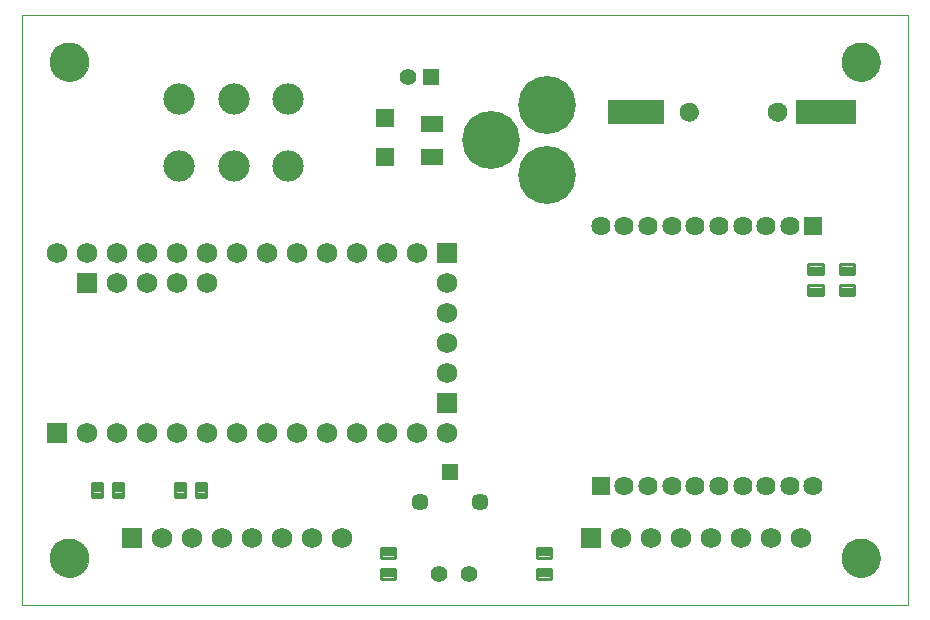
<source format=gts>
G75*
%MOIN*%
%OFA0B0*%
%FSLAX25Y25*%
%IPPOS*%
%LPD*%
%AMOC8*
5,1,8,0,0,1.08239X$1,22.5*
%
%ADD10C,0.00000*%
%ADD11R,0.18510X0.08274*%
%ADD12R,0.20085X0.08274*%
%ADD13C,0.06306*%
%ADD14R,0.06900X0.06900*%
%ADD15C,0.06900*%
%ADD16C,0.01100*%
%ADD17C,0.12998*%
%ADD18R,0.06400X0.06400*%
%ADD19C,0.06400*%
%ADD20C,0.05550*%
%ADD21R,0.05550X0.05550*%
%ADD22R,0.05900X0.05900*%
%ADD23C,0.19298*%
%ADD24R,0.07400X0.05400*%
%ADD25C,0.05715*%
%ADD26R,0.05715X0.05715*%
%ADD27C,0.10439*%
D10*
X0048837Y0076492D02*
X0048837Y0273343D01*
X0344113Y0273343D01*
X0344113Y0076492D01*
X0048837Y0076492D01*
X0058286Y0092240D02*
X0058288Y0092398D01*
X0058294Y0092556D01*
X0058304Y0092714D01*
X0058318Y0092872D01*
X0058336Y0093029D01*
X0058357Y0093186D01*
X0058383Y0093342D01*
X0058413Y0093498D01*
X0058446Y0093653D01*
X0058484Y0093806D01*
X0058525Y0093959D01*
X0058570Y0094111D01*
X0058619Y0094262D01*
X0058672Y0094411D01*
X0058728Y0094559D01*
X0058788Y0094705D01*
X0058852Y0094850D01*
X0058920Y0094993D01*
X0058991Y0095135D01*
X0059065Y0095275D01*
X0059143Y0095412D01*
X0059225Y0095548D01*
X0059309Y0095682D01*
X0059398Y0095813D01*
X0059489Y0095942D01*
X0059584Y0096069D01*
X0059681Y0096194D01*
X0059782Y0096316D01*
X0059886Y0096435D01*
X0059993Y0096552D01*
X0060103Y0096666D01*
X0060216Y0096777D01*
X0060331Y0096886D01*
X0060449Y0096991D01*
X0060570Y0097093D01*
X0060693Y0097193D01*
X0060819Y0097289D01*
X0060947Y0097382D01*
X0061077Y0097472D01*
X0061210Y0097558D01*
X0061345Y0097642D01*
X0061481Y0097721D01*
X0061620Y0097798D01*
X0061761Y0097870D01*
X0061903Y0097940D01*
X0062047Y0098005D01*
X0062193Y0098067D01*
X0062340Y0098125D01*
X0062489Y0098180D01*
X0062639Y0098231D01*
X0062790Y0098278D01*
X0062942Y0098321D01*
X0063095Y0098360D01*
X0063250Y0098396D01*
X0063405Y0098427D01*
X0063561Y0098455D01*
X0063717Y0098479D01*
X0063874Y0098499D01*
X0064032Y0098515D01*
X0064189Y0098527D01*
X0064348Y0098535D01*
X0064506Y0098539D01*
X0064664Y0098539D01*
X0064822Y0098535D01*
X0064981Y0098527D01*
X0065138Y0098515D01*
X0065296Y0098499D01*
X0065453Y0098479D01*
X0065609Y0098455D01*
X0065765Y0098427D01*
X0065920Y0098396D01*
X0066075Y0098360D01*
X0066228Y0098321D01*
X0066380Y0098278D01*
X0066531Y0098231D01*
X0066681Y0098180D01*
X0066830Y0098125D01*
X0066977Y0098067D01*
X0067123Y0098005D01*
X0067267Y0097940D01*
X0067409Y0097870D01*
X0067550Y0097798D01*
X0067689Y0097721D01*
X0067825Y0097642D01*
X0067960Y0097558D01*
X0068093Y0097472D01*
X0068223Y0097382D01*
X0068351Y0097289D01*
X0068477Y0097193D01*
X0068600Y0097093D01*
X0068721Y0096991D01*
X0068839Y0096886D01*
X0068954Y0096777D01*
X0069067Y0096666D01*
X0069177Y0096552D01*
X0069284Y0096435D01*
X0069388Y0096316D01*
X0069489Y0096194D01*
X0069586Y0096069D01*
X0069681Y0095942D01*
X0069772Y0095813D01*
X0069861Y0095682D01*
X0069945Y0095548D01*
X0070027Y0095412D01*
X0070105Y0095275D01*
X0070179Y0095135D01*
X0070250Y0094993D01*
X0070318Y0094850D01*
X0070382Y0094705D01*
X0070442Y0094559D01*
X0070498Y0094411D01*
X0070551Y0094262D01*
X0070600Y0094111D01*
X0070645Y0093959D01*
X0070686Y0093806D01*
X0070724Y0093653D01*
X0070757Y0093498D01*
X0070787Y0093342D01*
X0070813Y0093186D01*
X0070834Y0093029D01*
X0070852Y0092872D01*
X0070866Y0092714D01*
X0070876Y0092556D01*
X0070882Y0092398D01*
X0070884Y0092240D01*
X0070882Y0092082D01*
X0070876Y0091924D01*
X0070866Y0091766D01*
X0070852Y0091608D01*
X0070834Y0091451D01*
X0070813Y0091294D01*
X0070787Y0091138D01*
X0070757Y0090982D01*
X0070724Y0090827D01*
X0070686Y0090674D01*
X0070645Y0090521D01*
X0070600Y0090369D01*
X0070551Y0090218D01*
X0070498Y0090069D01*
X0070442Y0089921D01*
X0070382Y0089775D01*
X0070318Y0089630D01*
X0070250Y0089487D01*
X0070179Y0089345D01*
X0070105Y0089205D01*
X0070027Y0089068D01*
X0069945Y0088932D01*
X0069861Y0088798D01*
X0069772Y0088667D01*
X0069681Y0088538D01*
X0069586Y0088411D01*
X0069489Y0088286D01*
X0069388Y0088164D01*
X0069284Y0088045D01*
X0069177Y0087928D01*
X0069067Y0087814D01*
X0068954Y0087703D01*
X0068839Y0087594D01*
X0068721Y0087489D01*
X0068600Y0087387D01*
X0068477Y0087287D01*
X0068351Y0087191D01*
X0068223Y0087098D01*
X0068093Y0087008D01*
X0067960Y0086922D01*
X0067825Y0086838D01*
X0067689Y0086759D01*
X0067550Y0086682D01*
X0067409Y0086610D01*
X0067267Y0086540D01*
X0067123Y0086475D01*
X0066977Y0086413D01*
X0066830Y0086355D01*
X0066681Y0086300D01*
X0066531Y0086249D01*
X0066380Y0086202D01*
X0066228Y0086159D01*
X0066075Y0086120D01*
X0065920Y0086084D01*
X0065765Y0086053D01*
X0065609Y0086025D01*
X0065453Y0086001D01*
X0065296Y0085981D01*
X0065138Y0085965D01*
X0064981Y0085953D01*
X0064822Y0085945D01*
X0064664Y0085941D01*
X0064506Y0085941D01*
X0064348Y0085945D01*
X0064189Y0085953D01*
X0064032Y0085965D01*
X0063874Y0085981D01*
X0063717Y0086001D01*
X0063561Y0086025D01*
X0063405Y0086053D01*
X0063250Y0086084D01*
X0063095Y0086120D01*
X0062942Y0086159D01*
X0062790Y0086202D01*
X0062639Y0086249D01*
X0062489Y0086300D01*
X0062340Y0086355D01*
X0062193Y0086413D01*
X0062047Y0086475D01*
X0061903Y0086540D01*
X0061761Y0086610D01*
X0061620Y0086682D01*
X0061481Y0086759D01*
X0061345Y0086838D01*
X0061210Y0086922D01*
X0061077Y0087008D01*
X0060947Y0087098D01*
X0060819Y0087191D01*
X0060693Y0087287D01*
X0060570Y0087387D01*
X0060449Y0087489D01*
X0060331Y0087594D01*
X0060216Y0087703D01*
X0060103Y0087814D01*
X0059993Y0087928D01*
X0059886Y0088045D01*
X0059782Y0088164D01*
X0059681Y0088286D01*
X0059584Y0088411D01*
X0059489Y0088538D01*
X0059398Y0088667D01*
X0059309Y0088798D01*
X0059225Y0088932D01*
X0059143Y0089068D01*
X0059065Y0089205D01*
X0058991Y0089345D01*
X0058920Y0089487D01*
X0058852Y0089630D01*
X0058788Y0089775D01*
X0058728Y0089921D01*
X0058672Y0090069D01*
X0058619Y0090218D01*
X0058570Y0090369D01*
X0058525Y0090521D01*
X0058484Y0090674D01*
X0058446Y0090827D01*
X0058413Y0090982D01*
X0058383Y0091138D01*
X0058357Y0091294D01*
X0058336Y0091451D01*
X0058318Y0091608D01*
X0058304Y0091766D01*
X0058294Y0091924D01*
X0058288Y0092082D01*
X0058286Y0092240D01*
X0268120Y0240992D02*
X0268122Y0241100D01*
X0268128Y0241209D01*
X0268138Y0241317D01*
X0268152Y0241424D01*
X0268170Y0241531D01*
X0268191Y0241638D01*
X0268217Y0241743D01*
X0268247Y0241848D01*
X0268280Y0241951D01*
X0268317Y0242053D01*
X0268358Y0242153D01*
X0268402Y0242252D01*
X0268451Y0242350D01*
X0268502Y0242445D01*
X0268557Y0242538D01*
X0268616Y0242630D01*
X0268678Y0242719D01*
X0268743Y0242806D01*
X0268811Y0242890D01*
X0268882Y0242972D01*
X0268956Y0243051D01*
X0269033Y0243127D01*
X0269113Y0243201D01*
X0269196Y0243271D01*
X0269281Y0243339D01*
X0269368Y0243403D01*
X0269458Y0243464D01*
X0269550Y0243522D01*
X0269644Y0243576D01*
X0269740Y0243627D01*
X0269837Y0243674D01*
X0269937Y0243718D01*
X0270038Y0243758D01*
X0270140Y0243794D01*
X0270243Y0243826D01*
X0270348Y0243855D01*
X0270454Y0243879D01*
X0270560Y0243900D01*
X0270667Y0243917D01*
X0270775Y0243930D01*
X0270883Y0243939D01*
X0270992Y0243944D01*
X0271100Y0243945D01*
X0271209Y0243942D01*
X0271317Y0243935D01*
X0271425Y0243924D01*
X0271532Y0243909D01*
X0271639Y0243890D01*
X0271745Y0243867D01*
X0271850Y0243841D01*
X0271955Y0243810D01*
X0272057Y0243776D01*
X0272159Y0243738D01*
X0272259Y0243696D01*
X0272358Y0243651D01*
X0272455Y0243602D01*
X0272549Y0243549D01*
X0272642Y0243493D01*
X0272733Y0243434D01*
X0272822Y0243371D01*
X0272908Y0243306D01*
X0272992Y0243237D01*
X0273073Y0243165D01*
X0273151Y0243090D01*
X0273227Y0243012D01*
X0273300Y0242931D01*
X0273370Y0242848D01*
X0273436Y0242763D01*
X0273500Y0242675D01*
X0273560Y0242584D01*
X0273617Y0242492D01*
X0273670Y0242397D01*
X0273720Y0242301D01*
X0273766Y0242203D01*
X0273809Y0242103D01*
X0273848Y0242002D01*
X0273883Y0241899D01*
X0273915Y0241796D01*
X0273942Y0241691D01*
X0273966Y0241585D01*
X0273986Y0241478D01*
X0274002Y0241371D01*
X0274014Y0241263D01*
X0274022Y0241155D01*
X0274026Y0241046D01*
X0274026Y0240938D01*
X0274022Y0240829D01*
X0274014Y0240721D01*
X0274002Y0240613D01*
X0273986Y0240506D01*
X0273966Y0240399D01*
X0273942Y0240293D01*
X0273915Y0240188D01*
X0273883Y0240085D01*
X0273848Y0239982D01*
X0273809Y0239881D01*
X0273766Y0239781D01*
X0273720Y0239683D01*
X0273670Y0239587D01*
X0273617Y0239492D01*
X0273560Y0239400D01*
X0273500Y0239309D01*
X0273436Y0239221D01*
X0273370Y0239136D01*
X0273300Y0239053D01*
X0273227Y0238972D01*
X0273151Y0238894D01*
X0273073Y0238819D01*
X0272992Y0238747D01*
X0272908Y0238678D01*
X0272822Y0238613D01*
X0272733Y0238550D01*
X0272642Y0238491D01*
X0272550Y0238435D01*
X0272455Y0238382D01*
X0272358Y0238333D01*
X0272259Y0238288D01*
X0272159Y0238246D01*
X0272057Y0238208D01*
X0271955Y0238174D01*
X0271850Y0238143D01*
X0271745Y0238117D01*
X0271639Y0238094D01*
X0271532Y0238075D01*
X0271425Y0238060D01*
X0271317Y0238049D01*
X0271209Y0238042D01*
X0271100Y0238039D01*
X0270992Y0238040D01*
X0270883Y0238045D01*
X0270775Y0238054D01*
X0270667Y0238067D01*
X0270560Y0238084D01*
X0270454Y0238105D01*
X0270348Y0238129D01*
X0270243Y0238158D01*
X0270140Y0238190D01*
X0270038Y0238226D01*
X0269937Y0238266D01*
X0269837Y0238310D01*
X0269740Y0238357D01*
X0269644Y0238408D01*
X0269550Y0238462D01*
X0269458Y0238520D01*
X0269368Y0238581D01*
X0269281Y0238645D01*
X0269196Y0238713D01*
X0269113Y0238783D01*
X0269033Y0238857D01*
X0268956Y0238933D01*
X0268882Y0239012D01*
X0268811Y0239094D01*
X0268743Y0239178D01*
X0268678Y0239265D01*
X0268616Y0239354D01*
X0268557Y0239446D01*
X0268502Y0239539D01*
X0268451Y0239634D01*
X0268402Y0239732D01*
X0268358Y0239831D01*
X0268317Y0239931D01*
X0268280Y0240033D01*
X0268247Y0240136D01*
X0268217Y0240241D01*
X0268191Y0240346D01*
X0268170Y0240453D01*
X0268152Y0240560D01*
X0268138Y0240667D01*
X0268128Y0240775D01*
X0268122Y0240884D01*
X0268120Y0240992D01*
X0297648Y0240992D02*
X0297650Y0241100D01*
X0297656Y0241209D01*
X0297666Y0241317D01*
X0297680Y0241424D01*
X0297698Y0241531D01*
X0297719Y0241638D01*
X0297745Y0241743D01*
X0297775Y0241848D01*
X0297808Y0241951D01*
X0297845Y0242053D01*
X0297886Y0242153D01*
X0297930Y0242252D01*
X0297979Y0242350D01*
X0298030Y0242445D01*
X0298085Y0242538D01*
X0298144Y0242630D01*
X0298206Y0242719D01*
X0298271Y0242806D01*
X0298339Y0242890D01*
X0298410Y0242972D01*
X0298484Y0243051D01*
X0298561Y0243127D01*
X0298641Y0243201D01*
X0298724Y0243271D01*
X0298809Y0243339D01*
X0298896Y0243403D01*
X0298986Y0243464D01*
X0299078Y0243522D01*
X0299172Y0243576D01*
X0299268Y0243627D01*
X0299365Y0243674D01*
X0299465Y0243718D01*
X0299566Y0243758D01*
X0299668Y0243794D01*
X0299771Y0243826D01*
X0299876Y0243855D01*
X0299982Y0243879D01*
X0300088Y0243900D01*
X0300195Y0243917D01*
X0300303Y0243930D01*
X0300411Y0243939D01*
X0300520Y0243944D01*
X0300628Y0243945D01*
X0300737Y0243942D01*
X0300845Y0243935D01*
X0300953Y0243924D01*
X0301060Y0243909D01*
X0301167Y0243890D01*
X0301273Y0243867D01*
X0301378Y0243841D01*
X0301483Y0243810D01*
X0301585Y0243776D01*
X0301687Y0243738D01*
X0301787Y0243696D01*
X0301886Y0243651D01*
X0301983Y0243602D01*
X0302077Y0243549D01*
X0302170Y0243493D01*
X0302261Y0243434D01*
X0302350Y0243371D01*
X0302436Y0243306D01*
X0302520Y0243237D01*
X0302601Y0243165D01*
X0302679Y0243090D01*
X0302755Y0243012D01*
X0302828Y0242931D01*
X0302898Y0242848D01*
X0302964Y0242763D01*
X0303028Y0242675D01*
X0303088Y0242584D01*
X0303145Y0242492D01*
X0303198Y0242397D01*
X0303248Y0242301D01*
X0303294Y0242203D01*
X0303337Y0242103D01*
X0303376Y0242002D01*
X0303411Y0241899D01*
X0303443Y0241796D01*
X0303470Y0241691D01*
X0303494Y0241585D01*
X0303514Y0241478D01*
X0303530Y0241371D01*
X0303542Y0241263D01*
X0303550Y0241155D01*
X0303554Y0241046D01*
X0303554Y0240938D01*
X0303550Y0240829D01*
X0303542Y0240721D01*
X0303530Y0240613D01*
X0303514Y0240506D01*
X0303494Y0240399D01*
X0303470Y0240293D01*
X0303443Y0240188D01*
X0303411Y0240085D01*
X0303376Y0239982D01*
X0303337Y0239881D01*
X0303294Y0239781D01*
X0303248Y0239683D01*
X0303198Y0239587D01*
X0303145Y0239492D01*
X0303088Y0239400D01*
X0303028Y0239309D01*
X0302964Y0239221D01*
X0302898Y0239136D01*
X0302828Y0239053D01*
X0302755Y0238972D01*
X0302679Y0238894D01*
X0302601Y0238819D01*
X0302520Y0238747D01*
X0302436Y0238678D01*
X0302350Y0238613D01*
X0302261Y0238550D01*
X0302170Y0238491D01*
X0302078Y0238435D01*
X0301983Y0238382D01*
X0301886Y0238333D01*
X0301787Y0238288D01*
X0301687Y0238246D01*
X0301585Y0238208D01*
X0301483Y0238174D01*
X0301378Y0238143D01*
X0301273Y0238117D01*
X0301167Y0238094D01*
X0301060Y0238075D01*
X0300953Y0238060D01*
X0300845Y0238049D01*
X0300737Y0238042D01*
X0300628Y0238039D01*
X0300520Y0238040D01*
X0300411Y0238045D01*
X0300303Y0238054D01*
X0300195Y0238067D01*
X0300088Y0238084D01*
X0299982Y0238105D01*
X0299876Y0238129D01*
X0299771Y0238158D01*
X0299668Y0238190D01*
X0299566Y0238226D01*
X0299465Y0238266D01*
X0299365Y0238310D01*
X0299268Y0238357D01*
X0299172Y0238408D01*
X0299078Y0238462D01*
X0298986Y0238520D01*
X0298896Y0238581D01*
X0298809Y0238645D01*
X0298724Y0238713D01*
X0298641Y0238783D01*
X0298561Y0238857D01*
X0298484Y0238933D01*
X0298410Y0239012D01*
X0298339Y0239094D01*
X0298271Y0239178D01*
X0298206Y0239265D01*
X0298144Y0239354D01*
X0298085Y0239446D01*
X0298030Y0239539D01*
X0297979Y0239634D01*
X0297930Y0239732D01*
X0297886Y0239831D01*
X0297845Y0239931D01*
X0297808Y0240033D01*
X0297775Y0240136D01*
X0297745Y0240241D01*
X0297719Y0240346D01*
X0297698Y0240453D01*
X0297680Y0240560D01*
X0297666Y0240667D01*
X0297656Y0240775D01*
X0297650Y0240884D01*
X0297648Y0240992D01*
X0322066Y0257594D02*
X0322068Y0257752D01*
X0322074Y0257910D01*
X0322084Y0258068D01*
X0322098Y0258226D01*
X0322116Y0258383D01*
X0322137Y0258540D01*
X0322163Y0258696D01*
X0322193Y0258852D01*
X0322226Y0259007D01*
X0322264Y0259160D01*
X0322305Y0259313D01*
X0322350Y0259465D01*
X0322399Y0259616D01*
X0322452Y0259765D01*
X0322508Y0259913D01*
X0322568Y0260059D01*
X0322632Y0260204D01*
X0322700Y0260347D01*
X0322771Y0260489D01*
X0322845Y0260629D01*
X0322923Y0260766D01*
X0323005Y0260902D01*
X0323089Y0261036D01*
X0323178Y0261167D01*
X0323269Y0261296D01*
X0323364Y0261423D01*
X0323461Y0261548D01*
X0323562Y0261670D01*
X0323666Y0261789D01*
X0323773Y0261906D01*
X0323883Y0262020D01*
X0323996Y0262131D01*
X0324111Y0262240D01*
X0324229Y0262345D01*
X0324350Y0262447D01*
X0324473Y0262547D01*
X0324599Y0262643D01*
X0324727Y0262736D01*
X0324857Y0262826D01*
X0324990Y0262912D01*
X0325125Y0262996D01*
X0325261Y0263075D01*
X0325400Y0263152D01*
X0325541Y0263224D01*
X0325683Y0263294D01*
X0325827Y0263359D01*
X0325973Y0263421D01*
X0326120Y0263479D01*
X0326269Y0263534D01*
X0326419Y0263585D01*
X0326570Y0263632D01*
X0326722Y0263675D01*
X0326875Y0263714D01*
X0327030Y0263750D01*
X0327185Y0263781D01*
X0327341Y0263809D01*
X0327497Y0263833D01*
X0327654Y0263853D01*
X0327812Y0263869D01*
X0327969Y0263881D01*
X0328128Y0263889D01*
X0328286Y0263893D01*
X0328444Y0263893D01*
X0328602Y0263889D01*
X0328761Y0263881D01*
X0328918Y0263869D01*
X0329076Y0263853D01*
X0329233Y0263833D01*
X0329389Y0263809D01*
X0329545Y0263781D01*
X0329700Y0263750D01*
X0329855Y0263714D01*
X0330008Y0263675D01*
X0330160Y0263632D01*
X0330311Y0263585D01*
X0330461Y0263534D01*
X0330610Y0263479D01*
X0330757Y0263421D01*
X0330903Y0263359D01*
X0331047Y0263294D01*
X0331189Y0263224D01*
X0331330Y0263152D01*
X0331469Y0263075D01*
X0331605Y0262996D01*
X0331740Y0262912D01*
X0331873Y0262826D01*
X0332003Y0262736D01*
X0332131Y0262643D01*
X0332257Y0262547D01*
X0332380Y0262447D01*
X0332501Y0262345D01*
X0332619Y0262240D01*
X0332734Y0262131D01*
X0332847Y0262020D01*
X0332957Y0261906D01*
X0333064Y0261789D01*
X0333168Y0261670D01*
X0333269Y0261548D01*
X0333366Y0261423D01*
X0333461Y0261296D01*
X0333552Y0261167D01*
X0333641Y0261036D01*
X0333725Y0260902D01*
X0333807Y0260766D01*
X0333885Y0260629D01*
X0333959Y0260489D01*
X0334030Y0260347D01*
X0334098Y0260204D01*
X0334162Y0260059D01*
X0334222Y0259913D01*
X0334278Y0259765D01*
X0334331Y0259616D01*
X0334380Y0259465D01*
X0334425Y0259313D01*
X0334466Y0259160D01*
X0334504Y0259007D01*
X0334537Y0258852D01*
X0334567Y0258696D01*
X0334593Y0258540D01*
X0334614Y0258383D01*
X0334632Y0258226D01*
X0334646Y0258068D01*
X0334656Y0257910D01*
X0334662Y0257752D01*
X0334664Y0257594D01*
X0334662Y0257436D01*
X0334656Y0257278D01*
X0334646Y0257120D01*
X0334632Y0256962D01*
X0334614Y0256805D01*
X0334593Y0256648D01*
X0334567Y0256492D01*
X0334537Y0256336D01*
X0334504Y0256181D01*
X0334466Y0256028D01*
X0334425Y0255875D01*
X0334380Y0255723D01*
X0334331Y0255572D01*
X0334278Y0255423D01*
X0334222Y0255275D01*
X0334162Y0255129D01*
X0334098Y0254984D01*
X0334030Y0254841D01*
X0333959Y0254699D01*
X0333885Y0254559D01*
X0333807Y0254422D01*
X0333725Y0254286D01*
X0333641Y0254152D01*
X0333552Y0254021D01*
X0333461Y0253892D01*
X0333366Y0253765D01*
X0333269Y0253640D01*
X0333168Y0253518D01*
X0333064Y0253399D01*
X0332957Y0253282D01*
X0332847Y0253168D01*
X0332734Y0253057D01*
X0332619Y0252948D01*
X0332501Y0252843D01*
X0332380Y0252741D01*
X0332257Y0252641D01*
X0332131Y0252545D01*
X0332003Y0252452D01*
X0331873Y0252362D01*
X0331740Y0252276D01*
X0331605Y0252192D01*
X0331469Y0252113D01*
X0331330Y0252036D01*
X0331189Y0251964D01*
X0331047Y0251894D01*
X0330903Y0251829D01*
X0330757Y0251767D01*
X0330610Y0251709D01*
X0330461Y0251654D01*
X0330311Y0251603D01*
X0330160Y0251556D01*
X0330008Y0251513D01*
X0329855Y0251474D01*
X0329700Y0251438D01*
X0329545Y0251407D01*
X0329389Y0251379D01*
X0329233Y0251355D01*
X0329076Y0251335D01*
X0328918Y0251319D01*
X0328761Y0251307D01*
X0328602Y0251299D01*
X0328444Y0251295D01*
X0328286Y0251295D01*
X0328128Y0251299D01*
X0327969Y0251307D01*
X0327812Y0251319D01*
X0327654Y0251335D01*
X0327497Y0251355D01*
X0327341Y0251379D01*
X0327185Y0251407D01*
X0327030Y0251438D01*
X0326875Y0251474D01*
X0326722Y0251513D01*
X0326570Y0251556D01*
X0326419Y0251603D01*
X0326269Y0251654D01*
X0326120Y0251709D01*
X0325973Y0251767D01*
X0325827Y0251829D01*
X0325683Y0251894D01*
X0325541Y0251964D01*
X0325400Y0252036D01*
X0325261Y0252113D01*
X0325125Y0252192D01*
X0324990Y0252276D01*
X0324857Y0252362D01*
X0324727Y0252452D01*
X0324599Y0252545D01*
X0324473Y0252641D01*
X0324350Y0252741D01*
X0324229Y0252843D01*
X0324111Y0252948D01*
X0323996Y0253057D01*
X0323883Y0253168D01*
X0323773Y0253282D01*
X0323666Y0253399D01*
X0323562Y0253518D01*
X0323461Y0253640D01*
X0323364Y0253765D01*
X0323269Y0253892D01*
X0323178Y0254021D01*
X0323089Y0254152D01*
X0323005Y0254286D01*
X0322923Y0254422D01*
X0322845Y0254559D01*
X0322771Y0254699D01*
X0322700Y0254841D01*
X0322632Y0254984D01*
X0322568Y0255129D01*
X0322508Y0255275D01*
X0322452Y0255423D01*
X0322399Y0255572D01*
X0322350Y0255723D01*
X0322305Y0255875D01*
X0322264Y0256028D01*
X0322226Y0256181D01*
X0322193Y0256336D01*
X0322163Y0256492D01*
X0322137Y0256648D01*
X0322116Y0256805D01*
X0322098Y0256962D01*
X0322084Y0257120D01*
X0322074Y0257278D01*
X0322068Y0257436D01*
X0322066Y0257594D01*
X0322066Y0092240D02*
X0322068Y0092398D01*
X0322074Y0092556D01*
X0322084Y0092714D01*
X0322098Y0092872D01*
X0322116Y0093029D01*
X0322137Y0093186D01*
X0322163Y0093342D01*
X0322193Y0093498D01*
X0322226Y0093653D01*
X0322264Y0093806D01*
X0322305Y0093959D01*
X0322350Y0094111D01*
X0322399Y0094262D01*
X0322452Y0094411D01*
X0322508Y0094559D01*
X0322568Y0094705D01*
X0322632Y0094850D01*
X0322700Y0094993D01*
X0322771Y0095135D01*
X0322845Y0095275D01*
X0322923Y0095412D01*
X0323005Y0095548D01*
X0323089Y0095682D01*
X0323178Y0095813D01*
X0323269Y0095942D01*
X0323364Y0096069D01*
X0323461Y0096194D01*
X0323562Y0096316D01*
X0323666Y0096435D01*
X0323773Y0096552D01*
X0323883Y0096666D01*
X0323996Y0096777D01*
X0324111Y0096886D01*
X0324229Y0096991D01*
X0324350Y0097093D01*
X0324473Y0097193D01*
X0324599Y0097289D01*
X0324727Y0097382D01*
X0324857Y0097472D01*
X0324990Y0097558D01*
X0325125Y0097642D01*
X0325261Y0097721D01*
X0325400Y0097798D01*
X0325541Y0097870D01*
X0325683Y0097940D01*
X0325827Y0098005D01*
X0325973Y0098067D01*
X0326120Y0098125D01*
X0326269Y0098180D01*
X0326419Y0098231D01*
X0326570Y0098278D01*
X0326722Y0098321D01*
X0326875Y0098360D01*
X0327030Y0098396D01*
X0327185Y0098427D01*
X0327341Y0098455D01*
X0327497Y0098479D01*
X0327654Y0098499D01*
X0327812Y0098515D01*
X0327969Y0098527D01*
X0328128Y0098535D01*
X0328286Y0098539D01*
X0328444Y0098539D01*
X0328602Y0098535D01*
X0328761Y0098527D01*
X0328918Y0098515D01*
X0329076Y0098499D01*
X0329233Y0098479D01*
X0329389Y0098455D01*
X0329545Y0098427D01*
X0329700Y0098396D01*
X0329855Y0098360D01*
X0330008Y0098321D01*
X0330160Y0098278D01*
X0330311Y0098231D01*
X0330461Y0098180D01*
X0330610Y0098125D01*
X0330757Y0098067D01*
X0330903Y0098005D01*
X0331047Y0097940D01*
X0331189Y0097870D01*
X0331330Y0097798D01*
X0331469Y0097721D01*
X0331605Y0097642D01*
X0331740Y0097558D01*
X0331873Y0097472D01*
X0332003Y0097382D01*
X0332131Y0097289D01*
X0332257Y0097193D01*
X0332380Y0097093D01*
X0332501Y0096991D01*
X0332619Y0096886D01*
X0332734Y0096777D01*
X0332847Y0096666D01*
X0332957Y0096552D01*
X0333064Y0096435D01*
X0333168Y0096316D01*
X0333269Y0096194D01*
X0333366Y0096069D01*
X0333461Y0095942D01*
X0333552Y0095813D01*
X0333641Y0095682D01*
X0333725Y0095548D01*
X0333807Y0095412D01*
X0333885Y0095275D01*
X0333959Y0095135D01*
X0334030Y0094993D01*
X0334098Y0094850D01*
X0334162Y0094705D01*
X0334222Y0094559D01*
X0334278Y0094411D01*
X0334331Y0094262D01*
X0334380Y0094111D01*
X0334425Y0093959D01*
X0334466Y0093806D01*
X0334504Y0093653D01*
X0334537Y0093498D01*
X0334567Y0093342D01*
X0334593Y0093186D01*
X0334614Y0093029D01*
X0334632Y0092872D01*
X0334646Y0092714D01*
X0334656Y0092556D01*
X0334662Y0092398D01*
X0334664Y0092240D01*
X0334662Y0092082D01*
X0334656Y0091924D01*
X0334646Y0091766D01*
X0334632Y0091608D01*
X0334614Y0091451D01*
X0334593Y0091294D01*
X0334567Y0091138D01*
X0334537Y0090982D01*
X0334504Y0090827D01*
X0334466Y0090674D01*
X0334425Y0090521D01*
X0334380Y0090369D01*
X0334331Y0090218D01*
X0334278Y0090069D01*
X0334222Y0089921D01*
X0334162Y0089775D01*
X0334098Y0089630D01*
X0334030Y0089487D01*
X0333959Y0089345D01*
X0333885Y0089205D01*
X0333807Y0089068D01*
X0333725Y0088932D01*
X0333641Y0088798D01*
X0333552Y0088667D01*
X0333461Y0088538D01*
X0333366Y0088411D01*
X0333269Y0088286D01*
X0333168Y0088164D01*
X0333064Y0088045D01*
X0332957Y0087928D01*
X0332847Y0087814D01*
X0332734Y0087703D01*
X0332619Y0087594D01*
X0332501Y0087489D01*
X0332380Y0087387D01*
X0332257Y0087287D01*
X0332131Y0087191D01*
X0332003Y0087098D01*
X0331873Y0087008D01*
X0331740Y0086922D01*
X0331605Y0086838D01*
X0331469Y0086759D01*
X0331330Y0086682D01*
X0331189Y0086610D01*
X0331047Y0086540D01*
X0330903Y0086475D01*
X0330757Y0086413D01*
X0330610Y0086355D01*
X0330461Y0086300D01*
X0330311Y0086249D01*
X0330160Y0086202D01*
X0330008Y0086159D01*
X0329855Y0086120D01*
X0329700Y0086084D01*
X0329545Y0086053D01*
X0329389Y0086025D01*
X0329233Y0086001D01*
X0329076Y0085981D01*
X0328918Y0085965D01*
X0328761Y0085953D01*
X0328602Y0085945D01*
X0328444Y0085941D01*
X0328286Y0085941D01*
X0328128Y0085945D01*
X0327969Y0085953D01*
X0327812Y0085965D01*
X0327654Y0085981D01*
X0327497Y0086001D01*
X0327341Y0086025D01*
X0327185Y0086053D01*
X0327030Y0086084D01*
X0326875Y0086120D01*
X0326722Y0086159D01*
X0326570Y0086202D01*
X0326419Y0086249D01*
X0326269Y0086300D01*
X0326120Y0086355D01*
X0325973Y0086413D01*
X0325827Y0086475D01*
X0325683Y0086540D01*
X0325541Y0086610D01*
X0325400Y0086682D01*
X0325261Y0086759D01*
X0325125Y0086838D01*
X0324990Y0086922D01*
X0324857Y0087008D01*
X0324727Y0087098D01*
X0324599Y0087191D01*
X0324473Y0087287D01*
X0324350Y0087387D01*
X0324229Y0087489D01*
X0324111Y0087594D01*
X0323996Y0087703D01*
X0323883Y0087814D01*
X0323773Y0087928D01*
X0323666Y0088045D01*
X0323562Y0088164D01*
X0323461Y0088286D01*
X0323364Y0088411D01*
X0323269Y0088538D01*
X0323178Y0088667D01*
X0323089Y0088798D01*
X0323005Y0088932D01*
X0322923Y0089068D01*
X0322845Y0089205D01*
X0322771Y0089345D01*
X0322700Y0089487D01*
X0322632Y0089630D01*
X0322568Y0089775D01*
X0322508Y0089921D01*
X0322452Y0090069D01*
X0322399Y0090218D01*
X0322350Y0090369D01*
X0322305Y0090521D01*
X0322264Y0090674D01*
X0322226Y0090827D01*
X0322193Y0090982D01*
X0322163Y0091138D01*
X0322137Y0091294D01*
X0322116Y0091451D01*
X0322098Y0091608D01*
X0322084Y0091766D01*
X0322074Y0091924D01*
X0322068Y0092082D01*
X0322066Y0092240D01*
X0058286Y0257594D02*
X0058288Y0257752D01*
X0058294Y0257910D01*
X0058304Y0258068D01*
X0058318Y0258226D01*
X0058336Y0258383D01*
X0058357Y0258540D01*
X0058383Y0258696D01*
X0058413Y0258852D01*
X0058446Y0259007D01*
X0058484Y0259160D01*
X0058525Y0259313D01*
X0058570Y0259465D01*
X0058619Y0259616D01*
X0058672Y0259765D01*
X0058728Y0259913D01*
X0058788Y0260059D01*
X0058852Y0260204D01*
X0058920Y0260347D01*
X0058991Y0260489D01*
X0059065Y0260629D01*
X0059143Y0260766D01*
X0059225Y0260902D01*
X0059309Y0261036D01*
X0059398Y0261167D01*
X0059489Y0261296D01*
X0059584Y0261423D01*
X0059681Y0261548D01*
X0059782Y0261670D01*
X0059886Y0261789D01*
X0059993Y0261906D01*
X0060103Y0262020D01*
X0060216Y0262131D01*
X0060331Y0262240D01*
X0060449Y0262345D01*
X0060570Y0262447D01*
X0060693Y0262547D01*
X0060819Y0262643D01*
X0060947Y0262736D01*
X0061077Y0262826D01*
X0061210Y0262912D01*
X0061345Y0262996D01*
X0061481Y0263075D01*
X0061620Y0263152D01*
X0061761Y0263224D01*
X0061903Y0263294D01*
X0062047Y0263359D01*
X0062193Y0263421D01*
X0062340Y0263479D01*
X0062489Y0263534D01*
X0062639Y0263585D01*
X0062790Y0263632D01*
X0062942Y0263675D01*
X0063095Y0263714D01*
X0063250Y0263750D01*
X0063405Y0263781D01*
X0063561Y0263809D01*
X0063717Y0263833D01*
X0063874Y0263853D01*
X0064032Y0263869D01*
X0064189Y0263881D01*
X0064348Y0263889D01*
X0064506Y0263893D01*
X0064664Y0263893D01*
X0064822Y0263889D01*
X0064981Y0263881D01*
X0065138Y0263869D01*
X0065296Y0263853D01*
X0065453Y0263833D01*
X0065609Y0263809D01*
X0065765Y0263781D01*
X0065920Y0263750D01*
X0066075Y0263714D01*
X0066228Y0263675D01*
X0066380Y0263632D01*
X0066531Y0263585D01*
X0066681Y0263534D01*
X0066830Y0263479D01*
X0066977Y0263421D01*
X0067123Y0263359D01*
X0067267Y0263294D01*
X0067409Y0263224D01*
X0067550Y0263152D01*
X0067689Y0263075D01*
X0067825Y0262996D01*
X0067960Y0262912D01*
X0068093Y0262826D01*
X0068223Y0262736D01*
X0068351Y0262643D01*
X0068477Y0262547D01*
X0068600Y0262447D01*
X0068721Y0262345D01*
X0068839Y0262240D01*
X0068954Y0262131D01*
X0069067Y0262020D01*
X0069177Y0261906D01*
X0069284Y0261789D01*
X0069388Y0261670D01*
X0069489Y0261548D01*
X0069586Y0261423D01*
X0069681Y0261296D01*
X0069772Y0261167D01*
X0069861Y0261036D01*
X0069945Y0260902D01*
X0070027Y0260766D01*
X0070105Y0260629D01*
X0070179Y0260489D01*
X0070250Y0260347D01*
X0070318Y0260204D01*
X0070382Y0260059D01*
X0070442Y0259913D01*
X0070498Y0259765D01*
X0070551Y0259616D01*
X0070600Y0259465D01*
X0070645Y0259313D01*
X0070686Y0259160D01*
X0070724Y0259007D01*
X0070757Y0258852D01*
X0070787Y0258696D01*
X0070813Y0258540D01*
X0070834Y0258383D01*
X0070852Y0258226D01*
X0070866Y0258068D01*
X0070876Y0257910D01*
X0070882Y0257752D01*
X0070884Y0257594D01*
X0070882Y0257436D01*
X0070876Y0257278D01*
X0070866Y0257120D01*
X0070852Y0256962D01*
X0070834Y0256805D01*
X0070813Y0256648D01*
X0070787Y0256492D01*
X0070757Y0256336D01*
X0070724Y0256181D01*
X0070686Y0256028D01*
X0070645Y0255875D01*
X0070600Y0255723D01*
X0070551Y0255572D01*
X0070498Y0255423D01*
X0070442Y0255275D01*
X0070382Y0255129D01*
X0070318Y0254984D01*
X0070250Y0254841D01*
X0070179Y0254699D01*
X0070105Y0254559D01*
X0070027Y0254422D01*
X0069945Y0254286D01*
X0069861Y0254152D01*
X0069772Y0254021D01*
X0069681Y0253892D01*
X0069586Y0253765D01*
X0069489Y0253640D01*
X0069388Y0253518D01*
X0069284Y0253399D01*
X0069177Y0253282D01*
X0069067Y0253168D01*
X0068954Y0253057D01*
X0068839Y0252948D01*
X0068721Y0252843D01*
X0068600Y0252741D01*
X0068477Y0252641D01*
X0068351Y0252545D01*
X0068223Y0252452D01*
X0068093Y0252362D01*
X0067960Y0252276D01*
X0067825Y0252192D01*
X0067689Y0252113D01*
X0067550Y0252036D01*
X0067409Y0251964D01*
X0067267Y0251894D01*
X0067123Y0251829D01*
X0066977Y0251767D01*
X0066830Y0251709D01*
X0066681Y0251654D01*
X0066531Y0251603D01*
X0066380Y0251556D01*
X0066228Y0251513D01*
X0066075Y0251474D01*
X0065920Y0251438D01*
X0065765Y0251407D01*
X0065609Y0251379D01*
X0065453Y0251355D01*
X0065296Y0251335D01*
X0065138Y0251319D01*
X0064981Y0251307D01*
X0064822Y0251299D01*
X0064664Y0251295D01*
X0064506Y0251295D01*
X0064348Y0251299D01*
X0064189Y0251307D01*
X0064032Y0251319D01*
X0063874Y0251335D01*
X0063717Y0251355D01*
X0063561Y0251379D01*
X0063405Y0251407D01*
X0063250Y0251438D01*
X0063095Y0251474D01*
X0062942Y0251513D01*
X0062790Y0251556D01*
X0062639Y0251603D01*
X0062489Y0251654D01*
X0062340Y0251709D01*
X0062193Y0251767D01*
X0062047Y0251829D01*
X0061903Y0251894D01*
X0061761Y0251964D01*
X0061620Y0252036D01*
X0061481Y0252113D01*
X0061345Y0252192D01*
X0061210Y0252276D01*
X0061077Y0252362D01*
X0060947Y0252452D01*
X0060819Y0252545D01*
X0060693Y0252641D01*
X0060570Y0252741D01*
X0060449Y0252843D01*
X0060331Y0252948D01*
X0060216Y0253057D01*
X0060103Y0253168D01*
X0059993Y0253282D01*
X0059886Y0253399D01*
X0059782Y0253518D01*
X0059681Y0253640D01*
X0059584Y0253765D01*
X0059489Y0253892D01*
X0059398Y0254021D01*
X0059309Y0254152D01*
X0059225Y0254286D01*
X0059143Y0254422D01*
X0059065Y0254559D01*
X0058991Y0254699D01*
X0058920Y0254841D01*
X0058852Y0254984D01*
X0058788Y0255129D01*
X0058728Y0255275D01*
X0058672Y0255423D01*
X0058619Y0255572D01*
X0058570Y0255723D01*
X0058525Y0255875D01*
X0058484Y0256028D01*
X0058446Y0256181D01*
X0058413Y0256336D01*
X0058383Y0256492D01*
X0058357Y0256648D01*
X0058336Y0256805D01*
X0058318Y0256962D01*
X0058304Y0257120D01*
X0058294Y0257278D01*
X0058288Y0257436D01*
X0058286Y0257594D01*
D11*
X0253554Y0240992D03*
D12*
X0316939Y0240992D03*
D13*
X0300601Y0240992D03*
X0271073Y0240992D03*
D14*
X0190337Y0193992D03*
X0190337Y0143992D03*
X0238337Y0098992D03*
X0085337Y0098992D03*
X0060337Y0133992D03*
X0070337Y0183992D03*
D15*
X0080337Y0183992D03*
X0090337Y0183992D03*
X0100337Y0183992D03*
X0110337Y0183992D03*
X0110337Y0193992D03*
X0100337Y0193992D03*
X0090337Y0193992D03*
X0080337Y0193992D03*
X0070337Y0193992D03*
X0060337Y0193992D03*
X0120337Y0193992D03*
X0130337Y0193992D03*
X0140337Y0193992D03*
X0150337Y0193992D03*
X0160337Y0193992D03*
X0170337Y0193992D03*
X0180337Y0193992D03*
X0190337Y0183992D03*
X0190337Y0173992D03*
X0190337Y0163992D03*
X0190337Y0153992D03*
X0190337Y0133992D03*
X0180337Y0133992D03*
X0170337Y0133992D03*
X0160337Y0133992D03*
X0150337Y0133992D03*
X0140337Y0133992D03*
X0130337Y0133992D03*
X0120337Y0133992D03*
X0110337Y0133992D03*
X0100337Y0133992D03*
X0090337Y0133992D03*
X0080337Y0133992D03*
X0070337Y0133992D03*
X0095337Y0098992D03*
X0105337Y0098992D03*
X0115337Y0098992D03*
X0125337Y0098992D03*
X0135337Y0098992D03*
X0145337Y0098992D03*
X0155337Y0098992D03*
X0248337Y0098992D03*
X0258337Y0098992D03*
X0268337Y0098992D03*
X0278337Y0098992D03*
X0288337Y0098992D03*
X0298337Y0098992D03*
X0308337Y0098992D03*
D16*
X0220437Y0095642D02*
X0220437Y0092342D01*
X0220437Y0095642D02*
X0225237Y0095642D01*
X0225237Y0092342D01*
X0220437Y0092342D01*
X0220437Y0093441D02*
X0225237Y0093441D01*
X0225237Y0094540D02*
X0220437Y0094540D01*
X0220437Y0095639D02*
X0225237Y0095639D01*
X0220437Y0088642D02*
X0220437Y0085342D01*
X0220437Y0088642D02*
X0225237Y0088642D01*
X0225237Y0085342D01*
X0220437Y0085342D01*
X0220437Y0086441D02*
X0225237Y0086441D01*
X0225237Y0087540D02*
X0220437Y0087540D01*
X0220437Y0088639D02*
X0225237Y0088639D01*
X0173237Y0088642D02*
X0173237Y0085342D01*
X0168437Y0085342D01*
X0168437Y0088642D01*
X0173237Y0088642D01*
X0173237Y0086441D02*
X0168437Y0086441D01*
X0168437Y0087540D02*
X0173237Y0087540D01*
X0173237Y0088639D02*
X0168437Y0088639D01*
X0173237Y0092342D02*
X0173237Y0095642D01*
X0173237Y0092342D02*
X0168437Y0092342D01*
X0168437Y0095642D01*
X0173237Y0095642D01*
X0173237Y0093441D02*
X0168437Y0093441D01*
X0168437Y0094540D02*
X0173237Y0094540D01*
X0173237Y0095639D02*
X0168437Y0095639D01*
X0109987Y0112592D02*
X0106687Y0112592D01*
X0106687Y0117392D01*
X0109987Y0117392D01*
X0109987Y0112592D01*
X0109987Y0113691D02*
X0106687Y0113691D01*
X0106687Y0114790D02*
X0109987Y0114790D01*
X0109987Y0115889D02*
X0106687Y0115889D01*
X0106687Y0116988D02*
X0109987Y0116988D01*
X0102987Y0112592D02*
X0099687Y0112592D01*
X0099687Y0117392D01*
X0102987Y0117392D01*
X0102987Y0112592D01*
X0102987Y0113691D02*
X0099687Y0113691D01*
X0099687Y0114790D02*
X0102987Y0114790D01*
X0102987Y0115889D02*
X0099687Y0115889D01*
X0099687Y0116988D02*
X0102987Y0116988D01*
X0082487Y0112592D02*
X0079187Y0112592D01*
X0079187Y0117392D01*
X0082487Y0117392D01*
X0082487Y0112592D01*
X0082487Y0113691D02*
X0079187Y0113691D01*
X0079187Y0114790D02*
X0082487Y0114790D01*
X0082487Y0115889D02*
X0079187Y0115889D01*
X0079187Y0116988D02*
X0082487Y0116988D01*
X0075487Y0112592D02*
X0072187Y0112592D01*
X0072187Y0117392D01*
X0075487Y0117392D01*
X0075487Y0112592D01*
X0075487Y0113691D02*
X0072187Y0113691D01*
X0072187Y0114790D02*
X0075487Y0114790D01*
X0075487Y0115889D02*
X0072187Y0115889D01*
X0072187Y0116988D02*
X0075487Y0116988D01*
X0310937Y0179842D02*
X0310937Y0183142D01*
X0315737Y0183142D01*
X0315737Y0179842D01*
X0310937Y0179842D01*
X0310937Y0180941D02*
X0315737Y0180941D01*
X0315737Y0182040D02*
X0310937Y0182040D01*
X0310937Y0183139D02*
X0315737Y0183139D01*
X0321437Y0183142D02*
X0321437Y0179842D01*
X0321437Y0183142D02*
X0326237Y0183142D01*
X0326237Y0179842D01*
X0321437Y0179842D01*
X0321437Y0180941D02*
X0326237Y0180941D01*
X0326237Y0182040D02*
X0321437Y0182040D01*
X0321437Y0183139D02*
X0326237Y0183139D01*
X0321437Y0186842D02*
X0321437Y0190142D01*
X0326237Y0190142D01*
X0326237Y0186842D01*
X0321437Y0186842D01*
X0321437Y0187941D02*
X0326237Y0187941D01*
X0326237Y0189040D02*
X0321437Y0189040D01*
X0321437Y0190139D02*
X0326237Y0190139D01*
X0310937Y0190142D02*
X0310937Y0186842D01*
X0310937Y0190142D02*
X0315737Y0190142D01*
X0315737Y0186842D01*
X0310937Y0186842D01*
X0310937Y0187941D02*
X0315737Y0187941D01*
X0315737Y0189040D02*
X0310937Y0189040D01*
X0310937Y0190139D02*
X0315737Y0190139D01*
D17*
X0328365Y0257594D03*
X0328365Y0092240D03*
X0064585Y0092240D03*
X0064585Y0257594D03*
D18*
X0241711Y0116185D03*
X0312577Y0202799D03*
D19*
X0304703Y0202799D03*
X0296829Y0202799D03*
X0288955Y0202799D03*
X0281081Y0202799D03*
X0273207Y0202799D03*
X0265333Y0202799D03*
X0257459Y0202799D03*
X0249585Y0202799D03*
X0241711Y0202799D03*
X0249585Y0116185D03*
X0257459Y0116185D03*
X0265333Y0116185D03*
X0273207Y0116185D03*
X0281081Y0116185D03*
X0288955Y0116185D03*
X0296829Y0116185D03*
X0304703Y0116185D03*
X0312577Y0116185D03*
D20*
X0197837Y0086992D03*
X0187837Y0086992D03*
X0177400Y0252539D03*
D21*
X0185274Y0252539D03*
D22*
X0169837Y0238992D03*
X0169837Y0225992D03*
D23*
X0205227Y0231728D03*
X0223731Y0243146D03*
X0223731Y0219917D03*
D24*
X0185337Y0225992D03*
X0185337Y0236992D03*
D25*
X0181337Y0111008D03*
X0201337Y0111008D03*
D26*
X0191337Y0120850D03*
D27*
X0137447Y0222772D03*
X0119337Y0222772D03*
X0101227Y0222772D03*
X0101227Y0245213D03*
X0119337Y0245213D03*
X0137447Y0245213D03*
M02*

</source>
